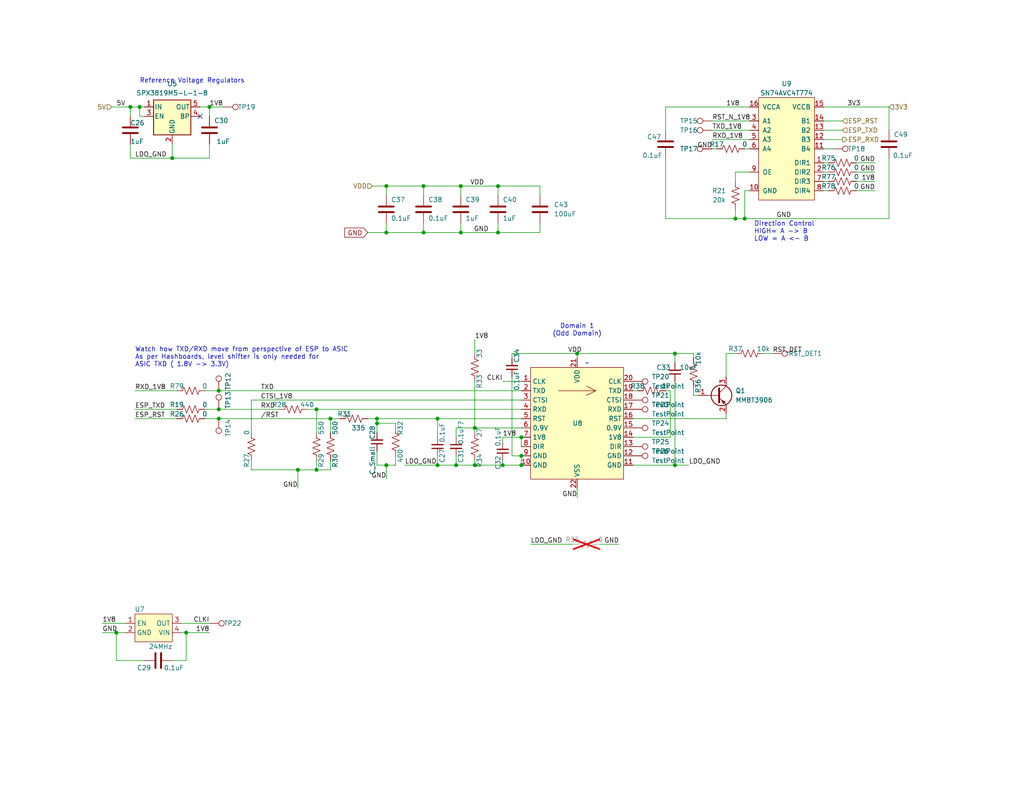
<source format=kicad_sch>
(kicad_sch (version 20250114) (generator "eeschema") (generator_version "9.0")
  (paper "A")
  (title_block (title "bitaxeGamma") (date "2024-09-26") (rev "601"))
  (lib_symbols
    (symbol "Connector:TestPoint" (pin_numbers (hide yes)) (pin_names (offset 0.762) (hide yes))
      (property "Reference" "TP" (at 0 6.858 0))
      (property "Value" "TestPoint" (at 0 5.08 0))
      (symbol "TestPoint_0_1"
        (circle (center 0 3.302) (radius 0.762))
      )
      (symbol "TestPoint_1_1"
        (pin passive line (at 0 0 90) (length 2.54) (name "1") (number "1"))
      )
    )
    (symbol "Device:C" (pin_numbers (hide yes)) (pin_names (offset 0.254))
      (property "Reference" "C" (at 0.635 2.54 0))
      (property "Value" "C" (at 0.635 -2.54 0))
      (symbol "C_0_1"
        (polyline (pts (xy -2.032 0.762) (xy 2.032 0.762)) (stroke (width 0.508)))
        (polyline (pts (xy -2.032 -0.762) (xy 2.032 -0.762)) (stroke (width 0.508)))
      )
      (symbol "C_1_1"
        (pin passive line (at 0 3.81 270) (length 2.794) (name "~") (number "1"))
        (pin passive line (at 0 -3.81 90) (length 2.794) (name "~") (number "2"))
      )
    )
    (symbol "Device:C_Small" (pin_numbers (hide yes)) (pin_names (offset 0.254) (hide yes))
      (property "Reference" "C" (at 0.254 1.778 0))
      (property "Value" "C_Small" (at 0.254 -2.032 0))
      (symbol "C_Small_0_1"
        (polyline (pts (xy -1.524 0.508) (xy 1.524 0.508)) (stroke (width 0.3048)))
        (polyline (pts (xy -1.524 -0.508) (xy 1.524 -0.508)) (stroke (width 0.3302)))
      )
      (symbol "C_Small_1_1"
        (pin passive line (at 0 2.54 270) (length 2.032) (name "~") (number "1"))
        (pin passive line (at 0 -2.54 90) (length 2.032) (name "~") (number "2"))
      )
    )
    (symbol "Device:R_US" (pin_numbers (hide yes)) (pin_names (offset 0))
      (property "Reference" "R" (at 2.54 0 90))
      (property "Value" "R_US" (at -2.54 0 90))
      (symbol "R_US_0_1"
        (polyline (pts (xy 0 2.286) (xy 0 2.54)))
        (polyline (pts (xy 0 2.286) (xy 1.016 1.905) (xy 0 1.524) (xy -1.016 1.143) (xy 0 0.762)))
        (polyline (pts (xy 0 0.762) (xy 1.016 0.381) (xy 0 0) (xy -1.016 -0.381) (xy 0 -0.762)))
        (polyline (pts (xy 0 -0.762) (xy 1.016 -1.143) (xy 0 -1.524) (xy -1.016 -1.905) (xy 0 -2.286)))
        (polyline (pts (xy 0 -2.286) (xy 0 -2.54)))
      )
      (symbol "R_US_1_1"
        (pin passive line (at 0 3.81 270) (length 1.27) (name "~") (number "1"))
        (pin passive line (at 0 -3.81 90) (length 1.27) (name "~") (number "2"))
      )
    )
    (symbol "Regulator_Linear:SPX3819M5-L-1-8" (pin_names (offset 0.254))
      (property "Reference" "U" (at -3.81 5.715 0))
      (property "Value" "SPX3819M5-L-1-8" (at 0 5.715 0))
      (symbol "SPX3819M5-L-1-8_0_1"
        (rectangle (start -5.08 4.445) (end 5.08 -5.08) (stroke (width 0.254)) (fill (type background)))
      )
      (symbol "SPX3819M5-L-1-8_1_1"
        (pin power_in line (at -7.62 2.54 0) (length 2.54) (name "IN") (number "1"))
        (pin input line (at -7.62 0 0) (length 2.54) (name "EN") (number "3"))
        (pin power_in line (at 0 -7.62 90) (length 2.54) (name "GND") (number "2"))
        (pin power_out line (at 7.62 2.54 180) (length 2.54) (name "OUT") (number "5"))
        (pin input line (at 7.62 0 180) (length 2.54) (name "BP") (number "4"))
      )
    )
    (symbol "Transistor_BJT:MMBT3906" (pin_names (offset 0) (hide yes))
      (property "Reference" "Q" (at 5.08 1.905 0))
      (property "Value" "MMBT3906" (at 5.08 0 0))
      (symbol "MMBT3906_0_1"
        (polyline (pts (xy -2.54 0) (xy 0.635 0)))
        (polyline (pts (xy 0.635 1.905) (xy 0.635 -1.905)) (stroke (width 0.508)))
        (polyline (pts (xy 0.635 0.635) (xy 2.54 2.54)))
        (polyline (pts (xy 0.635 -0.635) (xy 2.54 -2.54)))
        (circle (center 1.27 0) (radius 2.8194) (stroke (width 0.254)))
        (polyline (pts (xy 2.286 -1.778) (xy 1.778 -2.286) (xy 1.27 -1.27) (xy 2.286 -1.778)) (fill (type outline)))
      )
      (symbol "MMBT3906_1_1"
        (pin input line (at -5.08 0 0) (length 2.54) (name "B") (number "1"))
        (pin passive line (at 2.54 5.08 270) (length 2.54) (name "C") (number "3"))
        (pin passive line (at 2.54 -5.08 90) (length 2.54) (name "E") (number "2"))
      )
    )
    (symbol "bitaxe:KF1950_mode0"
      (property "Reference" "U" (at -1.016 0 0))
      (symbol "KF1950_mode0_0_1"
        (polyline (pts (xy -5.08 8.89) (xy 5.08 8.89)))
        (polyline (pts (xy 2.54 10.16) (xy 5.08 8.89)))
        (polyline (pts (xy 2.54 7.62) (xy 5.08 8.89)))
      )
      (symbol "KF1950_mode0_1_0"
        (pin input line (at -15.24 11.43 0) (length 2.54) (name "CLK") (number "1"))
        (pin output line (at -15.24 8.89 0) (length 2.54) (name "TXD") (number "2"))
        (pin input line (at -15.24 6.35 0) (length 2.54) (name "CTSI") (number "3"))
        (pin input line (at -15.24 3.81 0) (length 2.54) (name "RXD") (number "4"))
        (pin input line (at -15.24 1.27 0) (length 2.54) (name "RST") (number "5"))
        (pin bidirectional line (at -15.24 -1.27 0) (length 2.54) (name "0.9V") (number "6"))
        (pin bidirectional line (at -15.24 -3.81 0) (length 2.54) (name "1V8") (number "7"))
        (pin bidirectional line (at -15.24 -6.35 0) (length 2.54) (name "DIR") (number "8"))
        (pin bidirectional line (at -15.24 -8.89 0) (length 2.54) (name "GND") (number "9"))
        (pin bidirectional line (at -15.24 -11.43 0) (length 2.54) (name "GND") (number "10"))
        (pin bidirectional line (at 0 17.78 270) (length 2.54) (name "VDD") (number "21"))
        (pin bidirectional line (at 0 -17.78 90) (length 2.54) (name "VSS") (number "22"))
        (pin output line (at 15.24 11.43 180) (length 2.54) (name "CLK") (number "20"))
        (pin input line (at 15.24 8.89 180) (length 2.54) (name "TXD") (number "19"))
        (pin output line (at 15.24 6.35 180) (length 2.54) (name "CTSI") (number "18"))
        (pin output line (at 15.24 3.81 180) (length 2.54) (name "RXD") (number "17"))
        (pin output line (at 15.24 1.27 180) (length 2.54) (name "RST") (number "16"))
        (pin bidirectional line (at 15.24 -1.27 180) (length 2.54) (name "0.9V") (number "15"))
        (pin bidirectional line (at 15.24 -3.81 180) (length 2.54) (name "1V8") (number "14"))
        (pin bidirectional line (at 15.24 -6.35 180) (length 2.54) (name "DIR") (number "13"))
        (pin bidirectional line (at 15.24 -8.89 180) (length 2.54) (name "GND") (number "12"))
        (pin bidirectional line (at 15.24 -11.43 180) (length 2.54) (name "GND") (number "11"))
      )
      (symbol "KF1950_mode0_1_1"
        (rectangle (start -12.7 15.24) (end 12.7 -15.24) (stroke (width 0.1524)) (fill (type background)))
      )
    )
    (symbol "bitaxe:SN74AVC4T774" (pin_names (offset 1.016))
      (property "Reference" "U" (at -6.35 12.7 0))
      (property "Value" "SN74AVC4T774" (at -7.62 -19.05 0))
      (symbol "SN74AVC4T774_0_0"
        (rectangle (start -7.62 11.43) (end 7.62 -16.51) (stroke (width 0.1524)) (fill (type background)))
      )
      (symbol "SN74AVC4T774_1_0"
        (pin power_in line (at -10.16 8.89 0) (length 2.54) (name "VCCA") (number "16"))
        (pin bidirectional line (at -10.16 5.08 0) (length 2.54) (name "A1") (number "3"))
        (pin bidirectional line (at -10.16 2.54 0) (length 2.54) (name "A2") (number "4"))
        (pin bidirectional line (at -10.16 0 0) (length 2.54) (name "A3") (number "5"))
        (pin bidirectional line (at -10.16 -2.54 0) (length 2.54) (name "A4") (number "6"))
        (pin input line (at -10.16 -8.89 0) (length 2.54) (name "OE") (number "9"))
        (pin power_in line (at -10.16 -13.97 0) (length 2.54) (name "GND") (number "10"))
        (pin power_in line (at 10.16 8.89 180) (length 2.54) (name "VCCB") (number "15"))
        (pin bidirectional line (at 10.16 5.08 180) (length 2.54) (name "B1") (number "14"))
        (pin bidirectional line (at 10.16 2.54 180) (length 2.54) (name "B2") (number "13"))
        (pin bidirectional line (at 10.16 0 180) (length 2.54) (name "B3") (number "12"))
        (pin bidirectional line (at 10.16 -2.54 180) (length 2.54) (name "B4") (number "11"))
        (pin input line (at 10.16 -6.35 180) (length 2.54) (name "DIR1") (number "1"))
        (pin input line (at 10.16 -8.89 180) (length 2.54) (name "DIR2") (number "2"))
        (pin input line (at 10.16 -11.43 180) (length 2.54) (name "DIR3") (number "7"))
        (pin input line (at 10.16 -13.97 180) (length 2.54) (name "DIR4") (number "8"))
      )
    )
    (symbol "bitaxe:oscillator"
      (property "Reference" "U" (at -3.81 5.08 0))
      (property "Value" "oscillator" (at 0 -5.08 0))
      (symbol "oscillator_0_1"
        (rectangle (start -5.08 3.81) (end 5.08 -3.81) (stroke (width 0.1524)) (fill (type background)))
      )
      (symbol "oscillator_1_0"
        (pin bidirectional line (at -7.62 1.27 0) (length 2.54) (name "EN") (number "1"))
        (pin bidirectional line (at -7.62 -1.27 0) (length 2.54) (name "GND") (number "2"))
        (pin bidirectional line (at 7.62 1.27 180) (length 2.54) (name "OUT") (number "3"))
        (pin bidirectional line (at 7.62 -1.27 180) (length 2.54) (name "VIN") (number "4"))
      )
    )
  )
  (text "Reference Voltage Regulators" (at 38.1 22.86 0) (effects (font (size 1.27 1.27)) (justify left bottom)))
  (text "Domain 1\n(Odd Domain)\n" (at 157.48 90.17 0) (effects (font (size 1.27 1.27))))
  (text "Direction Control\nHIGH= A -> B\nLOW = A <- B" (at 205.74 66.04 0) (effects (font (size 1.27 1.27)) (justify left bottom)))
  (text "Watch how TXD/RXD move from perspective of ESP to ASIC\nAs per Hashboards, level shifter is only needed for\nASIC TXD ( 1.8V -> 3.3V)" (at 36.83 100.33 0) (effects (font (size 1.27 1.27)) (justify left bottom)))
  (junction (at 115.57 63.5) (diameter 0.9144))
  (junction (at 125.73 50.8) (diameter 0.9144))
  (junction (at 59.69 111.76))
  (junction (at 135.89 50.8))
  (junction (at 86.36 111.76))
  (junction (at 135.89 63.5))
  (junction (at 129.54 127))
  (junction (at 105.41 50.8))
  (junction (at 137.16 127))
  (junction (at 102.87 114.3))
  (junction (at 203.2 59.69))
  (junction (at 142.24 124.46))
  (junction (at 105.41 63.5))
  (junction (at 57.15 29.21) (diameter 0.9144))
  (junction (at 50.8 172.72))
  (junction (at 59.69 106.68))
  (junction (at 125.73 63.5) (diameter 0.9144))
  (junction (at 102.87 115.57))
  (junction (at 119.38 114.3))
  (junction (at 157.48 96.52))
  (junction (at 81.28 128.27))
  (junction (at 142.24 127))
  (junction (at 59.69 114.3))
  (junction (at 119.38 127))
  (junction (at 38.1 29.21))
  (junction (at 129.54 116.84))
  (junction (at 184.15 127))
  (junction (at 31.75 172.72))
  (junction (at 142.24 119.38))
  (junction (at 124.46 127))
  (junction (at 200.66 59.69))
  (junction (at 115.57 50.8) (diameter 0.9144))
  (junction (at 90.17 114.3))
  (junction (at 184.15 96.52))
  (junction (at 46.99 43.18))
  (junction (at 86.36 128.27))
  (junction (at 105.41 127))
  (junction (at 35.56 29.21))
  (no_connect (at 54.61 31.75))
  (wire (pts (xy 31.75 180.34) (xy 31.75 172.72)))
  (wire (pts (xy 172.72 106.68) (xy 173.99 106.68)))
  (wire (pts (xy 198.12 114.3) (xy 172.72 114.3)))
  (wire (pts (xy 55.88 111.76) (xy 59.69 111.76)))
  (wire (pts (xy 184.15 104.14) (xy 184.15 127)))
  (wire (pts (xy 105.41 60.96) (xy 105.41 63.5)))
  (wire (pts (xy 242.57 29.21) (xy 242.57 35.56)))
  (wire (pts (xy 100.33 114.3) (xy 102.87 114.3)))
  (wire (pts (xy 68.58 109.22) (xy 142.24 109.22)))
  (wire (pts (xy 86.36 111.76) (xy 142.24 111.76)))
  (wire (pts (xy 59.69 111.76) (xy 76.2 111.76)))
  (wire (pts (xy 224.79 35.56) (xy 229.87 35.56)))
  (wire (pts (xy 129.54 127) (xy 129.54 125.73)))
  (wire (pts (xy 68.58 109.22) (xy 68.58 118.11)))
  (wire (pts (xy 125.73 53.34) (xy 125.73 50.8)))
  (wire (pts (xy 115.57 63.5) (xy 105.41 63.5)))
  (wire (pts (xy 137.16 127) (xy 137.16 125.73)))
  (wire (pts (xy 137.16 119.38) (xy 137.16 120.65)))
  (wire (pts (xy 172.72 119.38) (xy 182.88 119.38)))
  (wire (pts (xy 105.41 127) (xy 105.41 130.81)))
  (wire (pts (xy 203.2 52.07) (xy 203.2 59.69)))
  (wire (pts (xy 90.17 114.3) (xy 92.71 114.3)))
  (wire (pts (xy 83.82 111.76) (xy 86.36 111.76)))
  (wire (pts (xy 59.69 106.68) (xy 142.24 106.68)))
  (wire (pts (xy 142.24 121.92) (xy 142.24 119.38)))
  (wire (pts (xy 200.66 59.69) (xy 203.2 59.69)))
  (wire (pts (xy 198.12 96.52) (xy 200.66 96.52)))
  (wire (pts (xy 57.15 39.37) (xy 57.15 43.18)))
  (wire (pts (xy 124.46 116.84) (xy 124.46 119.38)))
  (wire (pts (xy 86.36 125.73) (xy 86.36 128.27)))
  (wire (pts (xy 46.99 180.34) (xy 50.8 180.34)))
  (wire (pts (xy 68.58 125.73) (xy 68.58 128.27)))
  (wire (pts (xy 115.57 53.34) (xy 115.57 50.8)))
  (wire (pts (xy 182.88 106.68) (xy 181.61 106.68)))
  (wire (pts (xy 107.95 115.57) (xy 107.95 116.84)))
  (wire (pts (xy 135.89 60.96) (xy 135.89 63.5)))
  (wire (pts (xy 102.87 114.3) (xy 119.38 114.3)))
  (wire (pts (xy 200.66 59.69) (xy 200.66 57.15)))
  (wire (pts (xy 242.57 43.18) (xy 242.57 59.69)))
  (wire (pts (xy 102.87 127) (xy 105.41 127)))
  (wire (pts (xy 46.99 43.18) (xy 57.15 43.18)))
  (wire (pts (xy 119.38 114.3) (xy 142.24 114.3)))
  (wire (pts (xy 50.8 172.72) (xy 57.15 172.72)))
  (wire (pts (xy 147.32 60.96) (xy 147.32 63.5)))
  (wire (pts (xy 129.54 92.71) (xy 129.54 96.52)))
  (wire (pts (xy 156.21 148.59) (xy 144.78 148.59)))
  (wire (pts (xy 129.54 116.84) (xy 129.54 118.11)))
  (wire (pts (xy 101.6 50.8) (xy 105.41 50.8)))
  (wire (pts (xy 107.95 127) (xy 107.95 124.46)))
  (wire (pts (xy 55.88 106.68) (xy 59.69 106.68)))
  (wire (pts (xy 129.54 116.84) (xy 142.24 116.84)))
  (wire (pts (xy 224.79 33.02) (xy 229.87 33.02)))
  (wire (pts (xy 157.48 96.52) (xy 157.48 97.79)))
  (wire (pts (xy 50.8 180.34) (xy 50.8 172.72)))
  (wire (pts (xy 135.89 50.8) (xy 147.32 50.8)))
  (wire (pts (xy 46.99 39.37) (xy 46.99 43.18)))
  (wire (pts (xy 35.56 39.37) (xy 35.56 43.18)))
  (wire (pts (xy 90.17 118.11) (xy 90.17 114.3)))
  (wire (pts (xy 38.1 29.21) (xy 39.37 29.21)))
  (wire (pts (xy 115.57 60.96) (xy 115.57 63.5)))
  (wire (pts (xy 129.54 127) (xy 137.16 127)))
  (wire (pts (xy 163.83 148.59) (xy 168.91 148.59)))
  (wire (pts (xy 55.88 114.3) (xy 59.69 114.3)))
  (wire (pts (xy 198.12 113.03) (xy 198.12 114.3)))
  (wire (pts (xy 102.87 127) (xy 102.87 123.19)))
  (wire (pts (xy 86.36 111.76) (xy 86.36 118.11)))
  (wire (pts (xy 38.1 31.75) (xy 39.37 31.75)))
  (wire (pts (xy 157.48 96.52) (xy 184.15 96.52)))
  (wire (pts (xy 137.16 119.38) (xy 142.24 119.38)))
  (wire (pts (xy 124.46 127) (xy 129.54 127)))
  (wire (pts (xy 125.73 60.96) (xy 125.73 63.5)))
  (wire (pts (xy 31.75 172.72) (xy 34.29 172.72)))
  (wire (pts (xy 200.66 46.99) (xy 200.66 49.53)))
  (wire (pts (xy 190.5 107.95) (xy 189.23 107.95)))
  (wire (pts (xy 224.79 46.99) (xy 226.06 46.99)))
  (wire (pts (xy 203.2 40.64) (xy 204.47 40.64)))
  (wire (pts (xy 224.79 29.21) (xy 242.57 29.21)))
  (wire (pts (xy 194.31 35.56) (xy 204.47 35.56)))
  (wire (pts (xy 224.79 38.1) (xy 229.87 38.1)))
  (wire (pts (xy 119.38 124.46) (xy 119.38 127)))
  (wire (pts (xy 142.24 124.46) (xy 142.24 127)))
  (wire (pts (xy 36.83 114.3) (xy 48.26 114.3)))
  (wire (pts (xy 172.72 127) (xy 184.15 127)))
  (wire (pts (xy 107.95 115.57) (xy 102.87 115.57)))
  (wire (pts (xy 35.56 29.21) (xy 38.1 29.21)))
  (wire (pts (xy 204.47 46.99) (xy 200.66 46.99)))
  (wire (pts (xy 119.38 114.3) (xy 119.38 119.38)))
  (wire (pts (xy 105.41 53.34) (xy 105.41 50.8)))
  (wire (pts (xy 224.79 40.64) (xy 227.33 40.64)))
  (wire (pts (xy 90.17 125.73) (xy 90.17 128.27)))
  (wire (pts (xy 194.31 33.02) (xy 204.47 33.02)))
  (wire (pts (xy 157.48 96.52) (xy 139.7 96.52)))
  (wire (pts (xy 30.48 29.21) (xy 35.56 29.21)))
  (wire (pts (xy 224.79 44.45) (xy 226.06 44.45)))
  (wire (pts (xy 35.56 29.21) (xy 35.56 31.75)))
  (wire (pts (xy 27.94 170.18) (xy 34.29 170.18)))
  (wire (pts (xy 115.57 63.5) (xy 125.73 63.5)))
  (wire (pts (xy 129.54 104.14) (xy 129.54 116.84)))
  (wire (pts (xy 81.28 128.27) (xy 81.28 133.35)))
  (wire (pts (xy 181.61 43.18) (xy 181.61 59.69)))
  (wire (pts (xy 59.69 114.3) (xy 90.17 114.3)))
  (wire (pts (xy 129.54 116.84) (xy 124.46 116.84)))
  (wire (pts (xy 54.61 29.21) (xy 57.15 29.21)))
  (wire (pts (xy 181.61 29.21) (xy 204.47 29.21)))
  (wire (pts (xy 189.23 107.95) (xy 189.23 105.41)))
  (wire (pts (xy 198.12 96.52) (xy 198.12 102.87)))
  (wire (pts (xy 224.79 49.53) (xy 226.06 49.53)))
  (wire (pts (xy 142.24 124.46) (xy 139.7 124.46)))
  (wire (pts (xy 233.68 46.99) (xy 238.76 46.99)))
  (wire (pts (xy 115.57 50.8) (xy 125.73 50.8)))
  (wire (pts (xy 86.36 128.27) (xy 90.17 128.27)))
  (wire (pts (xy 181.61 59.69) (xy 200.66 59.69)))
  (wire (pts (xy 49.53 172.72) (xy 50.8 172.72)))
  (wire (pts (xy 184.15 96.52) (xy 189.23 96.52)))
  (wire (pts (xy 57.15 29.21) (xy 60.96 29.21)))
  (wire (pts (xy 194.31 38.1) (xy 204.47 38.1)))
  (wire (pts (xy 81.28 128.27) (xy 86.36 128.27)))
  (wire (pts (xy 124.46 124.46) (xy 124.46 127)))
  (wire (pts (xy 27.94 172.72) (xy 31.75 172.72)))
  (wire (pts (xy 194.31 40.64) (xy 195.58 40.64)))
  (wire (pts (xy 139.7 102.87) (xy 139.7 124.46)))
  (wire (pts (xy 57.15 29.21) (xy 57.15 31.75)))
  (wire (pts (xy 68.58 128.27) (xy 81.28 128.27)))
  (wire (pts (xy 233.68 49.53) (xy 238.76 49.53)))
  (wire (pts (xy 35.56 43.18) (xy 46.99 43.18)))
  (wire (pts (xy 184.15 96.52) (xy 184.15 99.06)))
  (wire (pts (xy 182.88 106.68) (xy 182.88 119.38)))
  (wire (pts (xy 139.7 96.52) (xy 139.7 97.79)))
  (wire (pts (xy 135.89 53.34) (xy 135.89 50.8)))
  (wire (pts (xy 147.32 53.34) (xy 147.32 50.8)))
  (wire (pts (xy 36.83 106.68) (xy 48.26 106.68)))
  (wire (pts (xy 38.1 31.75) (xy 38.1 29.21)))
  (wire (pts (xy 181.61 29.21) (xy 181.61 35.56)))
  (wire (pts (xy 224.79 52.07) (xy 226.06 52.07)))
  (wire (pts (xy 100.33 63.5) (xy 105.41 63.5)))
  (wire (pts (xy 119.38 127) (xy 124.46 127)))
  (wire (pts (xy 137.16 104.14) (xy 142.24 104.14)))
  (wire (pts (xy 105.41 127) (xy 107.95 127)))
  (wire (pts (xy 125.73 50.8) (xy 135.89 50.8)))
  (wire (pts (xy 102.87 115.57) (xy 102.87 118.11)))
  (wire (pts (xy 105.41 50.8) (xy 115.57 50.8)))
  (wire (pts (xy 203.2 59.69) (xy 242.57 59.69)))
  (wire (pts (xy 39.37 180.34) (xy 31.75 180.34)))
  (wire (pts (xy 204.47 52.07) (xy 203.2 52.07)))
  (wire (pts (xy 102.87 115.57) (xy 102.87 114.3)))
  (wire (pts (xy 135.89 63.5) (xy 125.73 63.5)))
  (wire (pts (xy 189.23 96.52) (xy 189.23 97.79)))
  (wire (pts (xy 49.53 170.18) (xy 57.15 170.18)))
  (wire (pts (xy 208.28 96.52) (xy 210.82 96.52)))
  (wire (pts (xy 157.48 133.35) (xy 157.48 135.89)))
  (wire (pts (xy 110.49 127) (xy 119.38 127)))
  (wire (pts (xy 233.68 44.45) (xy 238.76 44.45)))
  (wire (pts (xy 233.68 52.07) (xy 238.76 52.07)))
  (wire (pts (xy 184.15 127) (xy 187.96 127)))
  (wire (pts (xy 137.16 127) (xy 142.24 127)))
  (wire (pts (xy 135.89 63.5) (xy 147.32 63.5)))
  (wire (pts (xy 36.83 111.76) (xy 48.26 111.76)))
  (label "GND" (at 238.76 46.99 180))
  (label "1V8" (at 57.15 29.21 0))
  (label "GND" (at 168.91 148.59 180))
  (label "RXD_1V8" (at 36.83 106.68 0))
  (label "ESP_TXD" (at 36.83 111.76 0))
  (label "GND" (at 27.94 172.72 0))
  (label "LDO_GND" (at 187.96 127 0))
  (label "{slash}RST" (at 71.12 114.3 0))
  (label "LDO_GND" (at 144.78 148.59 0))
  (label "GND" (at 157.48 135.89 180))
  (label "GND" (at 194.31 40.64 180))
  (label "RXD" (at 71.12 111.76 0))
  (label "5V" (at 31.75 29.21 0))
  (label "GND" (at 81.28 133.35 180))
  (label "TXD_1V8" (at 194.31 35.56 0))
  (label "GND" (at 238.76 52.07 180))
  (label "1V8" (at 238.76 49.53 180))
  (label "1V8" (at 27.94 170.18 0))
  (label "RXD_1V8" (at 194.31 38.1 0))
  (label "RST_DET" (at 210.82 96.52 0))
  (label "1V8" (at 129.54 92.71 0))
  (label "LDO_GND" (at 110.49 127 0))
  (label "TXD" (at 71.12 106.68 0))
  (label "ESP_RST" (at 36.83 114.3 0))
  (label "RST_N_1V8" (at 194.31 33.02 0))
  (label "1V8" (at 198.12 29.21 0))
  (label "1V8" (at 137.16 119.38 0))
  (label "CLKI" (at 57.15 170.18 180))
  (label "GND" (at 105.41 130.81 180))
  (label "3V3" (at 231.14 29.21 0))
  (label "GND" (at 215.9 59.69 180))
  (label "LDO_GND" (at 36.83 43.18 0))
  (label "CLKI" (at 137.16 104.14 180))
  (label "VDD" (at 154.94 96.52 0))
  (label "1V8" (at 57.15 172.72 180))
  (label "GND" (at 133.35 63.5 180))
  (label "GND" (at 238.76 44.45 180))
  (label "CTSI_1V8" (at 71.12 109.22 0))
  (label "VDD" (at 128.27 50.8 0))
  (global_label "GND" (shape input) (at 100.33 63.5 180) (property "Intersheetrefs" "${INTERSHEET_REFS}" (effects (hide yes))))
  (hierarchical_label "5V" (shape input) (at 30.48 29.21 180))
  (hierarchical_label "3V3" (shape input) (at 242.57 29.21 0))
  (hierarchical_label "ESP_TXD" (shape input) (at 229.87 35.56 0))
  (hierarchical_label "ESP_RXD" (shape output) (at 229.87 38.1 0))
  (hierarchical_label "VDD" (shape input) (at 101.6 50.8 180))
  (hierarchical_label "ESP_RST" (shape input) (at 229.87 33.02 0))
  (symbol (lib_id "Connector:TestPoint") (at 172.72 104.14 270) (unit 1)
    (property "Reference" "TP20" (at 177.8 102.8699 90) (effects (justify left)))
    (property "Value" "TestPoint" (at 177.8 105.4099 90) (effects (justify left)))
    (property "Footprint" "TestPoint:TestPoint_Pad_D1.0mm" (effects (hide yes)))
    (property "Description" "test point" (effects (hide yes)))
  )
  (symbol (lib_id "bitaxe:KF1950_mode0") (at 157.48 115.57 0) (unit 1)
    (property "Reference" "U8" (at 156.21 115.57 0) (effects (justify left)))
    (property "Value" "~" (at 159.6233 99.06 0) (effects (justify left)))
    (property "Footprint" "bitaxe:KF1950" (effects (hide yes)))
  )
  (symbol (lib_id "Device:C") (at 57.15 35.56 0) (unit 1)
    (property "Reference" "C30" (at 58.42 33.655 0) (effects (justify left bottom)))
    (property "Value" "1uF" (at 59.055 39.37 0) (effects (justify left bottom)))
    (property "Footprint" "Capacitor_SMD:C_0402_1005Metric" (effects (hide yes)))
    (property "Description" "Unpolarized capacitor" (effects (hide yes)))
    (property "DK" "587-5514-1-ND" (effects (hide yes)))
    (property "PARTNO" "EMK105BJ105MV-F" (effects (hide yes)))
  )
  (symbol (lib_id "Device:C") (at 35.56 35.56 0) (unit 1)
    (property "Reference" "C26" (at 35.56 34.29 0) (effects (justify left bottom)))
    (property "Value" "1uF" (at 35.56 39.37 0) (effects (justify left bottom)))
    (property "Footprint" "Capacitor_SMD:C_0402_1005Metric" (effects (hide yes)))
    (property "Description" "Unpolarized capacitor" (effects (hide yes)))
    (property "DK" "587-5514-1-ND" (effects (hide yes)))
    (property "PARTNO" "EMK105BJ105MV-F" (effects (hide yes)))
  )
  (symbol (lib_id "Device:C") (at 125.73 57.15 0) (unit 1)
    (property "Reference" "C39" (at 127 55.245 0) (effects (justify left bottom)))
    (property "Value" "1uF" (at 127 60.325 0) (effects (justify left bottom)))
    (property "Footprint" "Capacitor_SMD:C_0402_1005Metric" (effects (hide yes)))
    (property "Description" "Unpolarized capacitor" (effects (hide yes)))
    (property "DK" "587-5514-1-ND" (effects (hide yes)))
    (property "PARTNO" "EMK105BJ105MV-F" (effects (hide yes)))
  )
  (symbol (lib_id "Connector:TestPoint") (at 59.69 114.3 0) (mirror x) (unit 1) (in_bom no)
    (property "Reference" "TP14" (at 62.23 116.84 90))
    (property "Value" "TestPoint" (effects (hide yes)))
    (property "Footprint" "TestPoint:TestPoint_Pad_D1.5mm" (effects (hide yes)))
    (property "Description" "test point" (effects (hide yes)))
  )
  (symbol (lib_id "Device:C") (at 115.57 57.15 0) (unit 1)
    (property "Reference" "C38" (at 116.84 55.245 0) (effects (justify left bottom)))
    (property "Value" "0.1uF" (at 116.84 60.325 0) (effects (justify left bottom)))
    (property "Footprint" "Capacitor_SMD:C_0402_1005Metric" (effects (hide yes)))
    (property "Description" "Unpolarized capacitor" (effects (hide yes)))
    (property "DK" "1276-1234-1-ND" (effects (hide yes)))
    (property "PARTNO" "CL05A104KO5NNNC" (effects (hide yes)))
  )
  (symbol (lib_id "Device:R_US") (at 86.36 121.92 180) (unit 1)
    (property "Reference" "R29" (at 87.63 125.73 90))
    (property "Value" "550" (at 87.63 116.84 90))
    (property "Footprint" "Resistor_SMD:R_0402_1005Metric" (effects (hide yes)))
    (property "Description" "Resistor, US symbol" (effects (hide yes)))
  )
  (symbol (lib_id "Device:R_US") (at 52.07 114.3 90) (unit 1)
    (property "Reference" "R26" (at 48.26 113.03 90))
    (property "Value" "0" (at 55.88 113.03 90))
    (property "Footprint" "Resistor_SMD:R_0402_1005Metric" (effects (hide yes)))
    (property "Description" "Resistor, US symbol" (effects (hide yes)))
  )
  (symbol (lib_id "Device:R_US") (at 229.87 46.99 270) (unit 1)
    (property "Reference" "R76" (at 226.06 45.72 90))
    (property "Value" "0" (at 233.68 45.72 90))
    (property "Footprint" "Resistor_SMD:R_0402_1005Metric" (effects (hide yes)))
    (property "Description" "Resistor, US symbol" (effects (hide yes)))
    (property "DK" "311-20.0KLRCT-ND" (effects (hide yes)))
    (property "PARTNO" "RC0402FR-0720KL" (effects (hide yes)))
  )
  (symbol (lib_id "Connector:TestPoint") (at 59.69 111.76 0) (mirror y) (unit 1) (in_bom no)
    (property "Reference" "TP13" (at 62.23 109.22 90))
    (property "Value" "TestPoint" (effects (hide yes)))
    (property "Footprint" "TestPoint:TestPoint_Pad_D1.5mm" (effects (hide yes)))
    (property "Description" "test point" (effects (hide yes)))
  )
  (symbol (lib_id "Device:R_US") (at 52.07 106.68 90) (unit 1)
    (property "Reference" "R79" (at 48.26 105.41 90))
    (property "Value" "0" (at 55.88 105.41 90))
    (property "Footprint" "Resistor_SMD:R_0402_1005Metric" (effects (hide yes)))
    (property "Description" "Resistor, US symbol" (effects (hide yes)))
  )
  (symbol (lib_id "Device:C") (at 43.18 180.34 90) (unit 1)
    (property "Reference" "C29" (at 41.275 181.61 90) (effects (justify left bottom)))
    (property "Value" "0.1uF" (at 50.165 181.61 90) (effects (justify left bottom)))
    (property "Footprint" "Capacitor_SMD:C_0402_1005Metric" (effects (hide yes)))
    (property "Description" "Unpolarized capacitor" (effects (hide yes)))
    (property "DK" "1276-1234-1-ND" (effects (hide yes)))
    (property "PARTNO" "CL05A104KO5NNNC" (effects (hide yes)))
  )
  (symbol (lib_id "Device:R_US") (at 204.47 96.52 90) (unit 1)
    (property "Reference" "R37" (at 200.66 95.25 90))
    (property "Value" "10k" (at 208.28 95.25 90))
    (property "Footprint" "Resistor_SMD:R_0402_1005Metric" (effects (hide yes)))
    (property "Description" "Resistor, US symbol" (effects (hide yes)))
  )
  (symbol (lib_id "Connector:TestPoint") (at 172.72 116.84 270) (unit 1)
    (property "Reference" "TP24" (at 177.8 115.5699 90) (effects (justify left)))
    (property "Value" "TestPoint" (at 177.8 118.1099 90) (effects (justify left)))
    (property "Footprint" "TestPoint:TestPoint_Pad_D1.0mm" (effects (hide yes)))
    (property "Description" "test point" (effects (hide yes)))
  )
  (symbol (lib_id "Device:C") (at 105.41 57.15 0) (unit 1)
    (property "Reference" "C37" (at 106.68 55.245 0) (effects (justify left bottom)))
    (property "Value" "0.1uF" (at 106.68 60.325 0) (effects (justify left bottom)))
    (property "Footprint" "Capacitor_SMD:C_0402_1005Metric" (effects (hide yes)))
    (property "Description" "Unpolarized capacitor" (effects (hide yes)))
    (property "DK" "1276-1234-1-ND" (effects (hide yes)))
    (property "PARTNO" "CL05A104KO5NNNC" (effects (hide yes)))
  )
  (symbol (lib_id "Device:R_US") (at 90.17 121.92 180) (unit 1)
    (property "Reference" "R30" (at 91.44 125.73 90))
    (property "Value" "500" (at 91.44 116.84 90))
    (property "Footprint" "Resistor_SMD:R_0402_1005Metric" (effects (hide yes)))
    (property "Description" "Resistor, US symbol" (effects (hide yes)))
  )
  (symbol (lib_id "Device:R_US") (at 200.66 53.34 180) (unit 1)
    (property "Reference" "R21" (at 196.215 52.07 0))
    (property "Value" "20k" (at 196.215 54.61 0))
    (property "Footprint" "Resistor_SMD:R_0402_1005Metric" (effects (hide yes)))
    (property "Description" "Resistor, US symbol" (effects (hide yes)))
    (property "DK" "311-20.0KLRCT-ND" (effects (hide yes)))
    (property "PARTNO" "RC0402FR-0720KL" (effects (hide yes)))
  )
  (symbol (lib_id "Connector:TestPoint") (at 172.72 109.22 270) (unit 1)
    (property "Reference" "TP21" (at 177.8 107.9499 90) (effects (justify left)))
    (property "Value" "TestPoint" (at 177.8 110.4899 90) (effects (justify left)))
    (property "Footprint" "TestPoint:TestPoint_Pad_D1.0mm" (effects (hide yes)))
    (property "Description" "test point" (effects (hide yes)))
  )
  (symbol (lib_id "Device:R_US") (at 199.39 40.64 90) (unit 1)
    (property "Reference" "R17" (at 195.58 39.37 90))
    (property "Value" "0" (at 203.2 39.37 90))
    (property "Footprint" "Resistor_SMD:R_0402_1005Metric" (effects (hide yes)))
    (property "Description" "Resistor, US symbol" (effects (hide yes)))
  )
  (symbol (lib_id "Device:C_Small") (at 119.38 121.92 180) (unit 1)
    (property "Reference" "C27" (at 120.65 124.46 90))
    (property "Value" "0.1uF" (at 120.65 118.11 90))
    (property "Footprint" "Capacitor_SMD:C_0402_1005Metric" (effects (hide yes)))
    (property "Description" "Unpolarized capacitor, small symbol" (effects (hide yes)))
  )
  (symbol (lib_id "Device:R_US") (at 160.02 148.59 90) (unit 1) (dnp yes)
    (property "Reference" "R35" (at 156.21 147.32 90))
    (property "Value" "0" (at 163.83 147.32 90))
    (property "Footprint" "Resistor_SMD:R_0402_1005Metric" (effects (hide yes)))
    (property "Description" "Resistor, US symbol" (effects (hide yes)))
  )
  (symbol (lib_id "Device:C_Small") (at 184.15 101.6 180) (unit 1)
    (property "Reference" "C33" (at 179.07 100.33 0) (effects (justify right)))
    (property "Value" "10uF" (at 185.42 100.33 0) (effects (justify right)))
    (property "Footprint" "Capacitor_SMD:C_0805_2012Metric" (effects (hide yes)))
    (property "Description" "Unpolarized capacitor, small symbol" (effects (hide yes)))
  )
  (symbol (lib_id "Device:C") (at 242.57 39.37 0) (unit 1)
    (property "Reference" "C49" (at 243.84 37.465 0) (effects (justify left bottom)))
    (property "Value" "0.1uF" (at 243.586 43.18 0) (effects (justify left bottom)))
    (property "Footprint" "Capacitor_SMD:C_0402_1005Metric" (effects (hide yes)))
    (property "Description" "Unpolarized capacitor" (effects (hide yes)))
    (property "DK" "1276-1234-1-ND" (effects (hide yes)))
    (property "PARTNO" "CL05A104KO5NNNC" (effects (hide yes)))
  )
  (symbol (lib_id "bitaxe:SN74AVC4T774") (at 214.63 38.1 0) (unit 1)
    (property "Reference" "U9" (at 214.63 22.86 0))
    (property "Value" "SN74AVC4T774" (at 214.63 25.4 0))
    (property "Footprint" "Package_SO:TSSOP-16_4.4x5mm_P0.65mm" (effects (hide yes)))
    (property "Datasheet" "https://www.ti.com/lit/ds/symlink/sn74avc4t774.pdf" (effects (hide yes)))
    (property "DK" "296-24739-1-ND" (effects (hide yes)))
    (property "PARTNO" "SN74AVC4T774PWR" (effects (hide yes)))
  )
  (symbol (lib_id "Device:C") (at 147.32 57.15 0) (unit 1)
    (property "Reference" "C43" (at 151.13 55.8799 0) (effects (justify left)))
    (property "Value" "100uF" (at 151.13 58.4199 0) (effects (justify left)))
    (property "Footprint" "Capacitor_SMD:C_1206_3216Metric" (effects (hide yes)))
    (property "Description" "Unpolarized capacitor" (effects (hide yes)))
    (property "DK" "1276-1782-1-ND" (effects (hide yes)))
    (property "PARTNO" "CL31A107MQHNNNE" (effects (hide yes)))
  )
  (symbol (lib_id "Device:R_US") (at 129.54 121.92 180) (unit 1)
    (property "Reference" "R34" (at 130.81 125.73 90))
    (property "Value" "27" (at 130.81 118.11 90))
    (property "Footprint" "Resistor_SMD:R_0402_1005Metric" (effects (hide yes)))
    (property "Description" "Resistor, US symbol" (effects (hide yes)))
  )
  (symbol (lib_id "Connector:TestPoint") (at 172.72 124.46 270) (unit 1)
    (property "Reference" "TP26" (at 177.8 123.1899 90) (effects (justify left)))
    (property "Value" "TestPoint" (at 177.8 125.7299 90) (effects (justify left)))
    (property "Footprint" "TestPoint:TestPoint_Pad_D1.0mm" (effects (hide yes)))
    (property "Description" "test point" (effects (hide yes)))
  )
  (symbol (lib_id "Device:R_US") (at 229.87 49.53 270) (unit 1)
    (property "Reference" "R77" (at 226.06 48.26 90))
    (property "Value" "0" (at 233.68 48.26 90))
    (property "Footprint" "Resistor_SMD:R_0402_1005Metric" (effects (hide yes)))
    (property "Description" "Resistor, US symbol" (effects (hide yes)))
    (property "DK" "311-20.0KLRCT-ND" (effects (hide yes)))
    (property "PARTNO" "RC0402FR-0720KL" (effects (hide yes)))
  )
  (symbol (lib_id "Device:C_Small") (at 124.46 121.92 0) (unit 1)
    (property "Reference" "C31" (at 125.73 124.46 90))
    (property "Value" "0.1uF?" (at 125.73 118.11 90))
    (property "Footprint" "Capacitor_SMD:C_0402_1005Metric" (effects (hide yes)))
    (property "Description" "Unpolarized capacitor, small symbol" (effects (hide yes)))
  )
  (symbol (lib_id "Connector:TestPoint") (at 172.72 121.92 270) (unit 1)
    (property "Reference" "TP25" (at 177.8 120.6499 90) (effects (justify left)))
    (property "Value" "TestPoint" (at 177.8 123.1899 90) (effects (justify left)))
    (property "Footprint" "TestPoint:TestPoint_Pad_D1.0mm" (effects (hide yes)))
    (property "Description" "test point" (effects (hide yes)))
  )
  (symbol (lib_id "Connector:TestPoint") (at 210.82 96.52 270) (mirror x) (unit 1) (in_bom no)
    (property "Reference" "RST_DET1" (at 219.71 96.52 90))
    (property "Value" "TestPoint" (effects (hide yes)))
    (property "Footprint" "TestPoint:TestPoint_Pad_D1.5mm" (effects (hide yes)))
    (property "Description" "test point" (effects (hide yes)))
  )
  (symbol (lib_id "Device:R_US") (at 229.87 44.45 270) (unit 1)
    (property "Reference" "R75" (at 226.06 43.18 90))
    (property "Value" "0" (at 233.68 43.18 90))
    (property "Footprint" "Resistor_SMD:R_0402_1005Metric" (effects (hide yes)))
    (property "Description" "Resistor, US symbol" (effects (hide yes)))
    (property "DK" "311-20.0KLRCT-ND" (effects (hide yes)))
    (property "PARTNO" "RC0402FR-0720KL" (effects (hide yes)))
  )
  (symbol (lib_id "Connector:TestPoint") (at 57.15 170.18 270) (unit 1) (in_bom no)
    (property "Reference" "TP22" (at 63.5 170.18 90))
    (property "Value" "TestPoint" (effects (hide yes)))
    (property "Footprint" "TestPoint:TestPoint_Pad_D1.5mm" (effects (hide yes)))
    (property "Description" "test point" (effects (hide yes)))
  )
  (symbol (lib_id "Connector:TestPoint") (at 172.72 111.76 270) (unit 1)
    (property "Reference" "TP23" (at 177.8 110.4899 90) (effects (justify left)))
    (property "Value" "TestPoint" (at 177.8 113.0299 90) (effects (justify left)))
    (property "Footprint" "TestPoint:TestPoint_Pad_D1.0mm" (effects (hide yes)))
    (property "Description" "test point" (effects (hide yes)))
  )
  (symbol (lib_id "Device:R_US") (at 68.58 121.92 180) (unit 1)
    (property "Reference" "R27" (at 67.31 125.73 90))
    (property "Value" "0" (at 67.31 118.11 90))
    (property "Footprint" "Resistor_SMD:R_0402_1005Metric" (effects (hide yes)))
    (property "Description" "Resistor, US symbol" (effects (hide yes)))
  )
  (symbol (lib_id "Connector:TestPoint") (at 194.31 33.02 90) (mirror x) (unit 1) (in_bom no)
    (property "Reference" "TP15" (at 187.96 33.02 90))
    (property "Value" "TestPoint" (effects (hide yes)))
    (property "Footprint" "TestPoint:TestPoint_Pad_D1.5mm" (effects (hide yes)))
    (property "Description" "test point" (effects (hide yes)))
  )
  (symbol (lib_id "Device:C_Small") (at 139.7 100.33 180) (unit 1)
    (property "Reference" "C34" (at 140.97 99.06 90) (effects (justify right)))
    (property "Value" "0.1uF" (at 140.97 106.68 90) (effects (justify right)))
    (property "Footprint" "Capacitor_SMD:C_0402_1005Metric" (effects (hide yes)))
    (property "Description" "Unpolarized capacitor, small symbol" (effects (hide yes)))
  )
  (symbol (lib_id "Device:C_Small") (at 102.87 120.65 180) (unit 1)
    (property "Reference" "C28" (at 101.6 118.11 90))
    (property "Value" "C_Small" (at 101.6 125.73 90))
    (property "Footprint" "Capacitor_SMD:C_0402_1005Metric" (effects (hide yes)))
    (property "Description" "Unpolarized capacitor, small symbol" (effects (hide yes)))
  )
  (symbol (lib_id "Connector:TestPoint") (at 60.96 29.21 270) (mirror x) (unit 1) (in_bom no)
    (property "Reference" "TP19" (at 67.31 29.21 90))
    (property "Value" "TestPoint" (effects (hide yes)))
    (property "Footprint" "TestPoint:TestPoint_Pad_D1.5mm" (effects (hide yes)))
    (property "Description" "test point" (effects (hide yes)))
  )
  (symbol (lib_id "Device:C_Small") (at 137.16 123.19 180) (unit 1)
    (property "Reference" "C32" (at 135.89 128.27 90) (effects (justify right)))
    (property "Value" "0.1uF" (at 135.89 121.92 90) (effects (justify right)))
    (property "Footprint" "Capacitor_SMD:C_0402_1005Metric" (effects (hide yes)))
    (property "Description" "Unpolarized capacitor, small symbol" (effects (hide yes)))
  )
  (symbol (lib_id "bitaxe:oscillator") (at 41.91 171.45 0) (unit 1)
    (property "Reference" "U7" (at 38.1 166.37 0))
    (property "Value" "24MHz" (at 43.815 176.53 0))
    (property "Footprint" "bitaxe:SMD3225-4P" (effects (hide yes)))
    (property "PARTNO" "SX3M25.000E20F30THN" (effects (hide yes)))
    (property "LCSC" "C5137262" (effects (hide yes)))
  )
  (symbol (lib_id "Device:R_US") (at 96.52 114.3 90) (unit 1)
    (property "Reference" "R31" (at 93.98 113.03 90))
    (property "Value" "335" (at 97.79 116.84 90))
    (property "Footprint" "Resistor_SMD:R_0402_1005Metric" (effects (hide yes)))
    (property "Description" "Resistor, US symbol" (effects (hide yes)))
  )
  (symbol (lib_id "Connector:TestPoint") (at 194.31 40.64 90) (mirror x) (unit 1) (in_bom no)
    (property "Reference" "TP17" (at 187.96 40.64 90))
    (property "Value" "TestPoint" (effects (hide yes)))
    (property "Footprint" "TestPoint:TestPoint_Pad_D1.5mm" (effects (hide yes)))
    (property "Description" "test point" (effects (hide yes)))
  )
  (symbol (lib_id "Device:R_US") (at 80.01 111.76 90) (unit 1)
    (property "Reference" "R28" (at 76.2 110.49 90))
    (property "Value" "440" (at 83.82 110.49 90))
    (property "Footprint" "Resistor_SMD:R_0402_1005Metric" (effects (hide yes)))
    (property "Description" "Resistor, US symbol" (effects (hide yes)))
  )
  (symbol (lib_id "Device:R_US") (at 52.07 111.76 90) (unit 1)
    (property "Reference" "R19" (at 48.26 110.49 90))
    (property "Value" "0" (at 55.88 110.49 90))
    (property "Footprint" "Resistor_SMD:R_0402_1005Metric" (effects (hide yes)))
    (property "Description" "Resistor, US symbol" (effects (hide yes)))
  )
  (symbol (lib_id "Device:R_US") (at 129.54 100.33 180) (unit 1)
    (property "Reference" "R33" (at 130.81 104.14 90))
    (property "Value" "33" (at 130.81 96.52 90))
    (property "Footprint" "Resistor_SMD:R_0402_1005Metric" (effects (hide yes)))
    (property "Description" "Resistor, US symbol" (effects (hide yes)))
  )
  (symbol (lib_id "Transistor_BJT:MMBT3906") (at 195.58 107.95 0) (unit 1)
    (property "Reference" "Q1" (at 200.66 106.6799 0) (effects (justify left)))
    (property "Value" "MMBT3906" (at 200.66 109.2199 0) (effects (justify left)))
    (property "Footprint" "Package_TO_SOT_SMD:SOT-23" (effects (hide yes)))
    (property "Datasheet" "https://www.onsemi.com/pdf/datasheet/pzt3906-d.pdf" (effects (hide yes)))
    (property "Description" "-0.2A Ic, -40V Vce, Small Signal PNP Transistor, SOT-23" (effects (hide yes)))
  )
  (symbol (lib_id "Device:C") (at 181.61 39.37 0) (unit 1)
    (property "Reference" "C47" (at 176.53 38.1 0) (effects (justify left bottom)))
    (property "Value" "0.1uF" (at 175.26 43.18 0) (effects (justify left bottom)))
    (property "Footprint" "Capacitor_SMD:C_0402_1005Metric" (effects (hide yes)))
    (property "Description" "Unpolarized capacitor" (effects (hide yes)))
    (property "DK" "1276-1234-1-ND" (effects (hide yes)))
    (property "PARTNO" "CL05A104KO5NNNC" (effects (hide yes)))
  )
  (symbol (lib_id "Device:R_US") (at 177.8 106.68 270) (unit 1)
    (property "Reference" "R38" (at 173.99 105.41 90))
    (property "Value" "1k" (at 181.61 105.41 90))
    (property "Footprint" "Resistor_SMD:R_0402_1005Metric" (effects (hide yes)))
    (property "Description" "Resistor, US symbol" (effects (hide yes)))
  )
  (symbol (lib_id "Device:R_US") (at 189.23 101.6 0) (unit 1)
    (property "Reference" "R36" (at 190.5 105.41 90))
    (property "Value" "10k" (at 190.5 97.79 90))
    (property "Footprint" "Resistor_SMD:R_0402_1005Metric" (effects (hide yes)))
    (property "Description" "Resistor, US symbol" (effects (hide yes)))
  )
  (symbol (lib_id "Connector:TestPoint") (at 227.33 40.64 270) (mirror x) (unit 1) (in_bom no)
    (property "Reference" "TP18" (at 233.68 40.64 90))
    (property "Value" "TestPoint" (effects (hide yes)))
    (property "Footprint" "TestPoint:TestPoint_Pad_D1.5mm" (effects (hide yes)))
    (property "Description" "test point" (effects (hide yes)))
  )
  (symbol (lib_id "Device:R_US") (at 229.87 52.07 270) (unit 1)
    (property "Reference" "R78" (at 226.06 50.8 90))
    (property "Value" "0" (at 233.68 50.8 90))
    (property "Footprint" "Resistor_SMD:R_0402_1005Metric" (effects (hide yes)))
    (property "Description" "Resistor, US symbol" (effects (hide yes)))
    (property "DK" "311-20.0KLRCT-ND" (effects (hide yes)))
    (property "PARTNO" "RC0402FR-0720KL" (effects (hide yes)))
  )
  (symbol (lib_id "Device:C") (at 135.89 57.15 0) (unit 1)
    (property "Reference" "C40" (at 137.16 55.245 0) (effects (justify left bottom)))
    (property "Value" "1uF" (at 137.16 60.325 0) (effects (justify left bottom)))
    (property "Footprint" "Capacitor_SMD:C_0402_1005Metric" (effects (hide yes)))
    (property "Description" "Unpolarized capacitor" (effects (hide yes)))
    (property "DK" "587-5514-1-ND" (effects (hide yes)))
    (property "PARTNO" "EMK105BJ105MV-F" (effects (hide yes)))
  )
  (symbol (lib_id "Connector:TestPoint") (at 194.31 35.56 90) (mirror x) (unit 1) (in_bom no)
    (property "Reference" "TP16" (at 187.96 35.56 90))
    (property "Value" "TestPoint" (effects (hide yes)))
    (property "Footprint" "TestPoint:TestPoint_Pad_D1.5mm" (effects (hide yes)))
    (property "Description" "test point" (effects (hide yes)))
  )
  (symbol (lib_id "Device:R_US") (at 107.95 120.65 0) (unit 1)
    (property "Reference" "R32" (at 109.22 116.84 90))
    (property "Value" "400" (at 109.22 124.46 90))
    (property "Footprint" "Resistor_SMD:R_0402_1005Metric" (effects (hide yes)))
    (property "Description" "Resistor, US symbol" (effects (hide yes)))
  )
  (symbol (lib_id "Regulator_Linear:SPX3819M5-L-1-8") (at 46.99 31.75 0) (unit 1)
    (property "Reference" "U5" (at 46.99 22.86 0))
    (property "Value" "SPX3819M5-L-1-8" (at 46.99 25.4 0))
    (property "Footprint" "Package_TO_SOT_SMD:SOT-23-5" (effects (hide yes)))
    (property "Datasheet" "https://www.exar.com/content/document.ashx?id=22106&languageid=1033&type=Datasheet&partnumber=SPX3819&filename=SPX3819.pdf&part=SPX3819" (effects (hide yes)))
    (property "Description" "500mA Low drop-out regulator, Fixed Output 1.8V, SOT-23-5" (effects (hide yes)))
  )
  (symbol (lib_id "Connector:TestPoint") (at 59.69 106.68 0) (mirror y) (unit 1) (in_bom no)
    (property "Reference" "TP12" (at 62.23 104.14 90))
    (property "Value" "TestPoint" (effects (hide yes)))
    (property "Footprint" "TestPoint:TestPoint_Pad_D1.5mm" (effects (hide yes)))
    (property "Description" "test point" (effects (hide yes)))
  )
)
</source>
